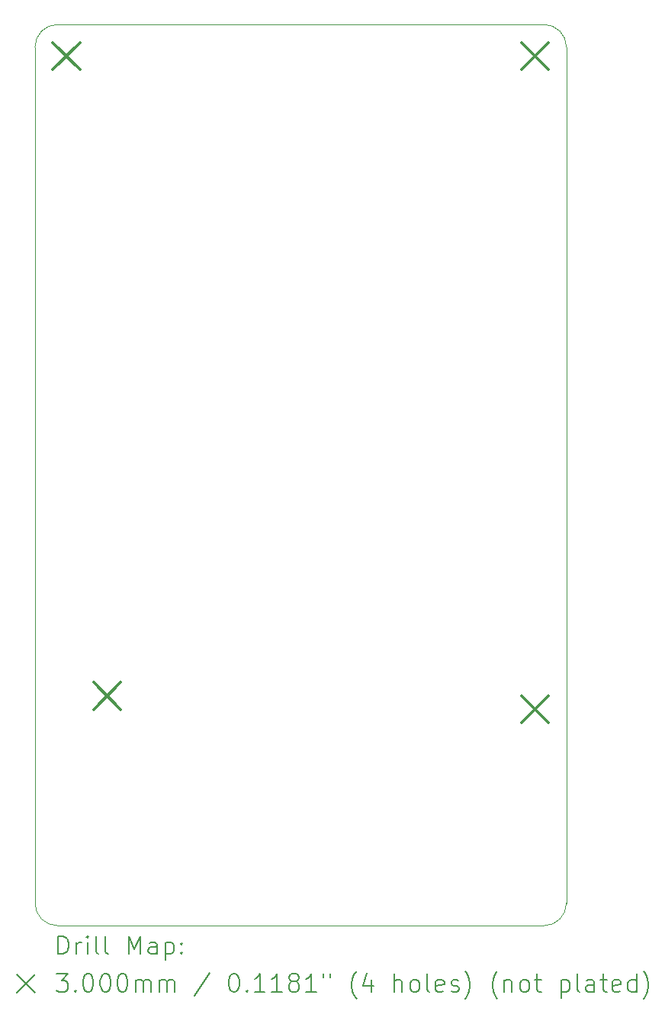
<source format=gbr>
%TF.GenerationSoftware,KiCad,Pcbnew,8.0.8*%
%TF.CreationDate,2025-01-15T16:00:02-05:00*%
%TF.ProjectId,mainboard,6d61696e-626f-4617-9264-2e6b69636164,rev?*%
%TF.SameCoordinates,Original*%
%TF.FileFunction,Drillmap*%
%TF.FilePolarity,Positive*%
%FSLAX45Y45*%
G04 Gerber Fmt 4.5, Leading zero omitted, Abs format (unit mm)*
G04 Created by KiCad (PCBNEW 8.0.8) date 2025-01-15 16:00:02*
%MOMM*%
%LPD*%
G01*
G04 APERTURE LIST*
%ADD10C,0.050000*%
%ADD11C,0.200000*%
%ADD12C,0.300000*%
G04 APERTURE END LIST*
D10*
X13400000Y-4950000D02*
G75*
G02*
X13650000Y-4700000I250000J0D01*
G01*
X13650000Y-4700000D02*
X19050000Y-4700000D01*
X13650000Y-14700000D02*
G75*
G02*
X13400000Y-14450000I0J250000D01*
G01*
X19300000Y-4950000D02*
X19300000Y-14450000D01*
X13400000Y-4950000D02*
X13400000Y-14450000D01*
X13650000Y-14700000D02*
X19050000Y-14700000D01*
X19300000Y-14450000D02*
G75*
G02*
X19050000Y-14700000I-250000J0D01*
G01*
X19050000Y-4700000D02*
G75*
G02*
X19300000Y-4950000I0J-250000D01*
G01*
D11*
D12*
X13600000Y-4900000D02*
X13900000Y-5200000D01*
X13900000Y-4900000D02*
X13600000Y-5200000D01*
X14050000Y-12000000D02*
X14350000Y-12300000D01*
X14350000Y-12000000D02*
X14050000Y-12300000D01*
X18800000Y-4900000D02*
X19100000Y-5200000D01*
X19100000Y-4900000D02*
X18800000Y-5200000D01*
X18800000Y-12150000D02*
X19100000Y-12450000D01*
X19100000Y-12150000D02*
X18800000Y-12450000D01*
D11*
X13658277Y-15013984D02*
X13658277Y-14813984D01*
X13658277Y-14813984D02*
X13705896Y-14813984D01*
X13705896Y-14813984D02*
X13734467Y-14823508D01*
X13734467Y-14823508D02*
X13753515Y-14842555D01*
X13753515Y-14842555D02*
X13763039Y-14861603D01*
X13763039Y-14861603D02*
X13772562Y-14899698D01*
X13772562Y-14899698D02*
X13772562Y-14928269D01*
X13772562Y-14928269D02*
X13763039Y-14966365D01*
X13763039Y-14966365D02*
X13753515Y-14985412D01*
X13753515Y-14985412D02*
X13734467Y-15004460D01*
X13734467Y-15004460D02*
X13705896Y-15013984D01*
X13705896Y-15013984D02*
X13658277Y-15013984D01*
X13858277Y-15013984D02*
X13858277Y-14880650D01*
X13858277Y-14918746D02*
X13867801Y-14899698D01*
X13867801Y-14899698D02*
X13877324Y-14890174D01*
X13877324Y-14890174D02*
X13896372Y-14880650D01*
X13896372Y-14880650D02*
X13915420Y-14880650D01*
X13982086Y-15013984D02*
X13982086Y-14880650D01*
X13982086Y-14813984D02*
X13972562Y-14823508D01*
X13972562Y-14823508D02*
X13982086Y-14833031D01*
X13982086Y-14833031D02*
X13991610Y-14823508D01*
X13991610Y-14823508D02*
X13982086Y-14813984D01*
X13982086Y-14813984D02*
X13982086Y-14833031D01*
X14105896Y-15013984D02*
X14086848Y-15004460D01*
X14086848Y-15004460D02*
X14077324Y-14985412D01*
X14077324Y-14985412D02*
X14077324Y-14813984D01*
X14210658Y-15013984D02*
X14191610Y-15004460D01*
X14191610Y-15004460D02*
X14182086Y-14985412D01*
X14182086Y-14985412D02*
X14182086Y-14813984D01*
X14439229Y-15013984D02*
X14439229Y-14813984D01*
X14439229Y-14813984D02*
X14505896Y-14956841D01*
X14505896Y-14956841D02*
X14572562Y-14813984D01*
X14572562Y-14813984D02*
X14572562Y-15013984D01*
X14753515Y-15013984D02*
X14753515Y-14909222D01*
X14753515Y-14909222D02*
X14743991Y-14890174D01*
X14743991Y-14890174D02*
X14724943Y-14880650D01*
X14724943Y-14880650D02*
X14686848Y-14880650D01*
X14686848Y-14880650D02*
X14667801Y-14890174D01*
X14753515Y-15004460D02*
X14734467Y-15013984D01*
X14734467Y-15013984D02*
X14686848Y-15013984D01*
X14686848Y-15013984D02*
X14667801Y-15004460D01*
X14667801Y-15004460D02*
X14658277Y-14985412D01*
X14658277Y-14985412D02*
X14658277Y-14966365D01*
X14658277Y-14966365D02*
X14667801Y-14947317D01*
X14667801Y-14947317D02*
X14686848Y-14937793D01*
X14686848Y-14937793D02*
X14734467Y-14937793D01*
X14734467Y-14937793D02*
X14753515Y-14928269D01*
X14848753Y-14880650D02*
X14848753Y-15080650D01*
X14848753Y-14890174D02*
X14867801Y-14880650D01*
X14867801Y-14880650D02*
X14905896Y-14880650D01*
X14905896Y-14880650D02*
X14924943Y-14890174D01*
X14924943Y-14890174D02*
X14934467Y-14899698D01*
X14934467Y-14899698D02*
X14943991Y-14918746D01*
X14943991Y-14918746D02*
X14943991Y-14975888D01*
X14943991Y-14975888D02*
X14934467Y-14994936D01*
X14934467Y-14994936D02*
X14924943Y-15004460D01*
X14924943Y-15004460D02*
X14905896Y-15013984D01*
X14905896Y-15013984D02*
X14867801Y-15013984D01*
X14867801Y-15013984D02*
X14848753Y-15004460D01*
X15029705Y-14994936D02*
X15039229Y-15004460D01*
X15039229Y-15004460D02*
X15029705Y-15013984D01*
X15029705Y-15013984D02*
X15020182Y-15004460D01*
X15020182Y-15004460D02*
X15029705Y-14994936D01*
X15029705Y-14994936D02*
X15029705Y-15013984D01*
X15029705Y-14890174D02*
X15039229Y-14899698D01*
X15039229Y-14899698D02*
X15029705Y-14909222D01*
X15029705Y-14909222D02*
X15020182Y-14899698D01*
X15020182Y-14899698D02*
X15029705Y-14890174D01*
X15029705Y-14890174D02*
X15029705Y-14909222D01*
X13197500Y-15242500D02*
X13397500Y-15442500D01*
X13397500Y-15242500D02*
X13197500Y-15442500D01*
X13639229Y-15233984D02*
X13763039Y-15233984D01*
X13763039Y-15233984D02*
X13696372Y-15310174D01*
X13696372Y-15310174D02*
X13724943Y-15310174D01*
X13724943Y-15310174D02*
X13743991Y-15319698D01*
X13743991Y-15319698D02*
X13753515Y-15329222D01*
X13753515Y-15329222D02*
X13763039Y-15348269D01*
X13763039Y-15348269D02*
X13763039Y-15395888D01*
X13763039Y-15395888D02*
X13753515Y-15414936D01*
X13753515Y-15414936D02*
X13743991Y-15424460D01*
X13743991Y-15424460D02*
X13724943Y-15433984D01*
X13724943Y-15433984D02*
X13667801Y-15433984D01*
X13667801Y-15433984D02*
X13648753Y-15424460D01*
X13648753Y-15424460D02*
X13639229Y-15414936D01*
X13848753Y-15414936D02*
X13858277Y-15424460D01*
X13858277Y-15424460D02*
X13848753Y-15433984D01*
X13848753Y-15433984D02*
X13839229Y-15424460D01*
X13839229Y-15424460D02*
X13848753Y-15414936D01*
X13848753Y-15414936D02*
X13848753Y-15433984D01*
X13982086Y-15233984D02*
X14001134Y-15233984D01*
X14001134Y-15233984D02*
X14020182Y-15243508D01*
X14020182Y-15243508D02*
X14029705Y-15253031D01*
X14029705Y-15253031D02*
X14039229Y-15272079D01*
X14039229Y-15272079D02*
X14048753Y-15310174D01*
X14048753Y-15310174D02*
X14048753Y-15357793D01*
X14048753Y-15357793D02*
X14039229Y-15395888D01*
X14039229Y-15395888D02*
X14029705Y-15414936D01*
X14029705Y-15414936D02*
X14020182Y-15424460D01*
X14020182Y-15424460D02*
X14001134Y-15433984D01*
X14001134Y-15433984D02*
X13982086Y-15433984D01*
X13982086Y-15433984D02*
X13963039Y-15424460D01*
X13963039Y-15424460D02*
X13953515Y-15414936D01*
X13953515Y-15414936D02*
X13943991Y-15395888D01*
X13943991Y-15395888D02*
X13934467Y-15357793D01*
X13934467Y-15357793D02*
X13934467Y-15310174D01*
X13934467Y-15310174D02*
X13943991Y-15272079D01*
X13943991Y-15272079D02*
X13953515Y-15253031D01*
X13953515Y-15253031D02*
X13963039Y-15243508D01*
X13963039Y-15243508D02*
X13982086Y-15233984D01*
X14172562Y-15233984D02*
X14191610Y-15233984D01*
X14191610Y-15233984D02*
X14210658Y-15243508D01*
X14210658Y-15243508D02*
X14220182Y-15253031D01*
X14220182Y-15253031D02*
X14229705Y-15272079D01*
X14229705Y-15272079D02*
X14239229Y-15310174D01*
X14239229Y-15310174D02*
X14239229Y-15357793D01*
X14239229Y-15357793D02*
X14229705Y-15395888D01*
X14229705Y-15395888D02*
X14220182Y-15414936D01*
X14220182Y-15414936D02*
X14210658Y-15424460D01*
X14210658Y-15424460D02*
X14191610Y-15433984D01*
X14191610Y-15433984D02*
X14172562Y-15433984D01*
X14172562Y-15433984D02*
X14153515Y-15424460D01*
X14153515Y-15424460D02*
X14143991Y-15414936D01*
X14143991Y-15414936D02*
X14134467Y-15395888D01*
X14134467Y-15395888D02*
X14124943Y-15357793D01*
X14124943Y-15357793D02*
X14124943Y-15310174D01*
X14124943Y-15310174D02*
X14134467Y-15272079D01*
X14134467Y-15272079D02*
X14143991Y-15253031D01*
X14143991Y-15253031D02*
X14153515Y-15243508D01*
X14153515Y-15243508D02*
X14172562Y-15233984D01*
X14363039Y-15233984D02*
X14382086Y-15233984D01*
X14382086Y-15233984D02*
X14401134Y-15243508D01*
X14401134Y-15243508D02*
X14410658Y-15253031D01*
X14410658Y-15253031D02*
X14420182Y-15272079D01*
X14420182Y-15272079D02*
X14429705Y-15310174D01*
X14429705Y-15310174D02*
X14429705Y-15357793D01*
X14429705Y-15357793D02*
X14420182Y-15395888D01*
X14420182Y-15395888D02*
X14410658Y-15414936D01*
X14410658Y-15414936D02*
X14401134Y-15424460D01*
X14401134Y-15424460D02*
X14382086Y-15433984D01*
X14382086Y-15433984D02*
X14363039Y-15433984D01*
X14363039Y-15433984D02*
X14343991Y-15424460D01*
X14343991Y-15424460D02*
X14334467Y-15414936D01*
X14334467Y-15414936D02*
X14324943Y-15395888D01*
X14324943Y-15395888D02*
X14315420Y-15357793D01*
X14315420Y-15357793D02*
X14315420Y-15310174D01*
X14315420Y-15310174D02*
X14324943Y-15272079D01*
X14324943Y-15272079D02*
X14334467Y-15253031D01*
X14334467Y-15253031D02*
X14343991Y-15243508D01*
X14343991Y-15243508D02*
X14363039Y-15233984D01*
X14515420Y-15433984D02*
X14515420Y-15300650D01*
X14515420Y-15319698D02*
X14524943Y-15310174D01*
X14524943Y-15310174D02*
X14543991Y-15300650D01*
X14543991Y-15300650D02*
X14572563Y-15300650D01*
X14572563Y-15300650D02*
X14591610Y-15310174D01*
X14591610Y-15310174D02*
X14601134Y-15329222D01*
X14601134Y-15329222D02*
X14601134Y-15433984D01*
X14601134Y-15329222D02*
X14610658Y-15310174D01*
X14610658Y-15310174D02*
X14629705Y-15300650D01*
X14629705Y-15300650D02*
X14658277Y-15300650D01*
X14658277Y-15300650D02*
X14677324Y-15310174D01*
X14677324Y-15310174D02*
X14686848Y-15329222D01*
X14686848Y-15329222D02*
X14686848Y-15433984D01*
X14782086Y-15433984D02*
X14782086Y-15300650D01*
X14782086Y-15319698D02*
X14791610Y-15310174D01*
X14791610Y-15310174D02*
X14810658Y-15300650D01*
X14810658Y-15300650D02*
X14839229Y-15300650D01*
X14839229Y-15300650D02*
X14858277Y-15310174D01*
X14858277Y-15310174D02*
X14867801Y-15329222D01*
X14867801Y-15329222D02*
X14867801Y-15433984D01*
X14867801Y-15329222D02*
X14877324Y-15310174D01*
X14877324Y-15310174D02*
X14896372Y-15300650D01*
X14896372Y-15300650D02*
X14924943Y-15300650D01*
X14924943Y-15300650D02*
X14943991Y-15310174D01*
X14943991Y-15310174D02*
X14953515Y-15329222D01*
X14953515Y-15329222D02*
X14953515Y-15433984D01*
X15343991Y-15224460D02*
X15172563Y-15481603D01*
X15601134Y-15233984D02*
X15620182Y-15233984D01*
X15620182Y-15233984D02*
X15639229Y-15243508D01*
X15639229Y-15243508D02*
X15648753Y-15253031D01*
X15648753Y-15253031D02*
X15658277Y-15272079D01*
X15658277Y-15272079D02*
X15667801Y-15310174D01*
X15667801Y-15310174D02*
X15667801Y-15357793D01*
X15667801Y-15357793D02*
X15658277Y-15395888D01*
X15658277Y-15395888D02*
X15648753Y-15414936D01*
X15648753Y-15414936D02*
X15639229Y-15424460D01*
X15639229Y-15424460D02*
X15620182Y-15433984D01*
X15620182Y-15433984D02*
X15601134Y-15433984D01*
X15601134Y-15433984D02*
X15582086Y-15424460D01*
X15582086Y-15424460D02*
X15572563Y-15414936D01*
X15572563Y-15414936D02*
X15563039Y-15395888D01*
X15563039Y-15395888D02*
X15553515Y-15357793D01*
X15553515Y-15357793D02*
X15553515Y-15310174D01*
X15553515Y-15310174D02*
X15563039Y-15272079D01*
X15563039Y-15272079D02*
X15572563Y-15253031D01*
X15572563Y-15253031D02*
X15582086Y-15243508D01*
X15582086Y-15243508D02*
X15601134Y-15233984D01*
X15753515Y-15414936D02*
X15763039Y-15424460D01*
X15763039Y-15424460D02*
X15753515Y-15433984D01*
X15753515Y-15433984D02*
X15743991Y-15424460D01*
X15743991Y-15424460D02*
X15753515Y-15414936D01*
X15753515Y-15414936D02*
X15753515Y-15433984D01*
X15953515Y-15433984D02*
X15839229Y-15433984D01*
X15896372Y-15433984D02*
X15896372Y-15233984D01*
X15896372Y-15233984D02*
X15877325Y-15262555D01*
X15877325Y-15262555D02*
X15858277Y-15281603D01*
X15858277Y-15281603D02*
X15839229Y-15291127D01*
X16143991Y-15433984D02*
X16029706Y-15433984D01*
X16086848Y-15433984D02*
X16086848Y-15233984D01*
X16086848Y-15233984D02*
X16067801Y-15262555D01*
X16067801Y-15262555D02*
X16048753Y-15281603D01*
X16048753Y-15281603D02*
X16029706Y-15291127D01*
X16258277Y-15319698D02*
X16239229Y-15310174D01*
X16239229Y-15310174D02*
X16229706Y-15300650D01*
X16229706Y-15300650D02*
X16220182Y-15281603D01*
X16220182Y-15281603D02*
X16220182Y-15272079D01*
X16220182Y-15272079D02*
X16229706Y-15253031D01*
X16229706Y-15253031D02*
X16239229Y-15243508D01*
X16239229Y-15243508D02*
X16258277Y-15233984D01*
X16258277Y-15233984D02*
X16296372Y-15233984D01*
X16296372Y-15233984D02*
X16315420Y-15243508D01*
X16315420Y-15243508D02*
X16324944Y-15253031D01*
X16324944Y-15253031D02*
X16334467Y-15272079D01*
X16334467Y-15272079D02*
X16334467Y-15281603D01*
X16334467Y-15281603D02*
X16324944Y-15300650D01*
X16324944Y-15300650D02*
X16315420Y-15310174D01*
X16315420Y-15310174D02*
X16296372Y-15319698D01*
X16296372Y-15319698D02*
X16258277Y-15319698D01*
X16258277Y-15319698D02*
X16239229Y-15329222D01*
X16239229Y-15329222D02*
X16229706Y-15338746D01*
X16229706Y-15338746D02*
X16220182Y-15357793D01*
X16220182Y-15357793D02*
X16220182Y-15395888D01*
X16220182Y-15395888D02*
X16229706Y-15414936D01*
X16229706Y-15414936D02*
X16239229Y-15424460D01*
X16239229Y-15424460D02*
X16258277Y-15433984D01*
X16258277Y-15433984D02*
X16296372Y-15433984D01*
X16296372Y-15433984D02*
X16315420Y-15424460D01*
X16315420Y-15424460D02*
X16324944Y-15414936D01*
X16324944Y-15414936D02*
X16334467Y-15395888D01*
X16334467Y-15395888D02*
X16334467Y-15357793D01*
X16334467Y-15357793D02*
X16324944Y-15338746D01*
X16324944Y-15338746D02*
X16315420Y-15329222D01*
X16315420Y-15329222D02*
X16296372Y-15319698D01*
X16524944Y-15433984D02*
X16410658Y-15433984D01*
X16467801Y-15433984D02*
X16467801Y-15233984D01*
X16467801Y-15233984D02*
X16448753Y-15262555D01*
X16448753Y-15262555D02*
X16429706Y-15281603D01*
X16429706Y-15281603D02*
X16410658Y-15291127D01*
X16601134Y-15233984D02*
X16601134Y-15272079D01*
X16677325Y-15233984D02*
X16677325Y-15272079D01*
X16972563Y-15510174D02*
X16963039Y-15500650D01*
X16963039Y-15500650D02*
X16943991Y-15472079D01*
X16943991Y-15472079D02*
X16934468Y-15453031D01*
X16934468Y-15453031D02*
X16924944Y-15424460D01*
X16924944Y-15424460D02*
X16915420Y-15376841D01*
X16915420Y-15376841D02*
X16915420Y-15338746D01*
X16915420Y-15338746D02*
X16924944Y-15291127D01*
X16924944Y-15291127D02*
X16934468Y-15262555D01*
X16934468Y-15262555D02*
X16943991Y-15243508D01*
X16943991Y-15243508D02*
X16963039Y-15214936D01*
X16963039Y-15214936D02*
X16972563Y-15205412D01*
X17134468Y-15300650D02*
X17134468Y-15433984D01*
X17086849Y-15224460D02*
X17039230Y-15367317D01*
X17039230Y-15367317D02*
X17163039Y-15367317D01*
X17391611Y-15433984D02*
X17391611Y-15233984D01*
X17477325Y-15433984D02*
X17477325Y-15329222D01*
X17477325Y-15329222D02*
X17467801Y-15310174D01*
X17467801Y-15310174D02*
X17448753Y-15300650D01*
X17448753Y-15300650D02*
X17420182Y-15300650D01*
X17420182Y-15300650D02*
X17401134Y-15310174D01*
X17401134Y-15310174D02*
X17391611Y-15319698D01*
X17601134Y-15433984D02*
X17582087Y-15424460D01*
X17582087Y-15424460D02*
X17572563Y-15414936D01*
X17572563Y-15414936D02*
X17563039Y-15395888D01*
X17563039Y-15395888D02*
X17563039Y-15338746D01*
X17563039Y-15338746D02*
X17572563Y-15319698D01*
X17572563Y-15319698D02*
X17582087Y-15310174D01*
X17582087Y-15310174D02*
X17601134Y-15300650D01*
X17601134Y-15300650D02*
X17629706Y-15300650D01*
X17629706Y-15300650D02*
X17648753Y-15310174D01*
X17648753Y-15310174D02*
X17658277Y-15319698D01*
X17658277Y-15319698D02*
X17667801Y-15338746D01*
X17667801Y-15338746D02*
X17667801Y-15395888D01*
X17667801Y-15395888D02*
X17658277Y-15414936D01*
X17658277Y-15414936D02*
X17648753Y-15424460D01*
X17648753Y-15424460D02*
X17629706Y-15433984D01*
X17629706Y-15433984D02*
X17601134Y-15433984D01*
X17782087Y-15433984D02*
X17763039Y-15424460D01*
X17763039Y-15424460D02*
X17753515Y-15405412D01*
X17753515Y-15405412D02*
X17753515Y-15233984D01*
X17934468Y-15424460D02*
X17915420Y-15433984D01*
X17915420Y-15433984D02*
X17877325Y-15433984D01*
X17877325Y-15433984D02*
X17858277Y-15424460D01*
X17858277Y-15424460D02*
X17848753Y-15405412D01*
X17848753Y-15405412D02*
X17848753Y-15329222D01*
X17848753Y-15329222D02*
X17858277Y-15310174D01*
X17858277Y-15310174D02*
X17877325Y-15300650D01*
X17877325Y-15300650D02*
X17915420Y-15300650D01*
X17915420Y-15300650D02*
X17934468Y-15310174D01*
X17934468Y-15310174D02*
X17943992Y-15329222D01*
X17943992Y-15329222D02*
X17943992Y-15348269D01*
X17943992Y-15348269D02*
X17848753Y-15367317D01*
X18020182Y-15424460D02*
X18039230Y-15433984D01*
X18039230Y-15433984D02*
X18077325Y-15433984D01*
X18077325Y-15433984D02*
X18096373Y-15424460D01*
X18096373Y-15424460D02*
X18105896Y-15405412D01*
X18105896Y-15405412D02*
X18105896Y-15395888D01*
X18105896Y-15395888D02*
X18096373Y-15376841D01*
X18096373Y-15376841D02*
X18077325Y-15367317D01*
X18077325Y-15367317D02*
X18048753Y-15367317D01*
X18048753Y-15367317D02*
X18029706Y-15357793D01*
X18029706Y-15357793D02*
X18020182Y-15338746D01*
X18020182Y-15338746D02*
X18020182Y-15329222D01*
X18020182Y-15329222D02*
X18029706Y-15310174D01*
X18029706Y-15310174D02*
X18048753Y-15300650D01*
X18048753Y-15300650D02*
X18077325Y-15300650D01*
X18077325Y-15300650D02*
X18096373Y-15310174D01*
X18172563Y-15510174D02*
X18182087Y-15500650D01*
X18182087Y-15500650D02*
X18201134Y-15472079D01*
X18201134Y-15472079D02*
X18210658Y-15453031D01*
X18210658Y-15453031D02*
X18220182Y-15424460D01*
X18220182Y-15424460D02*
X18229706Y-15376841D01*
X18229706Y-15376841D02*
X18229706Y-15338746D01*
X18229706Y-15338746D02*
X18220182Y-15291127D01*
X18220182Y-15291127D02*
X18210658Y-15262555D01*
X18210658Y-15262555D02*
X18201134Y-15243508D01*
X18201134Y-15243508D02*
X18182087Y-15214936D01*
X18182087Y-15214936D02*
X18172563Y-15205412D01*
X18534468Y-15510174D02*
X18524944Y-15500650D01*
X18524944Y-15500650D02*
X18505896Y-15472079D01*
X18505896Y-15472079D02*
X18496373Y-15453031D01*
X18496373Y-15453031D02*
X18486849Y-15424460D01*
X18486849Y-15424460D02*
X18477325Y-15376841D01*
X18477325Y-15376841D02*
X18477325Y-15338746D01*
X18477325Y-15338746D02*
X18486849Y-15291127D01*
X18486849Y-15291127D02*
X18496373Y-15262555D01*
X18496373Y-15262555D02*
X18505896Y-15243508D01*
X18505896Y-15243508D02*
X18524944Y-15214936D01*
X18524944Y-15214936D02*
X18534468Y-15205412D01*
X18610658Y-15300650D02*
X18610658Y-15433984D01*
X18610658Y-15319698D02*
X18620182Y-15310174D01*
X18620182Y-15310174D02*
X18639230Y-15300650D01*
X18639230Y-15300650D02*
X18667801Y-15300650D01*
X18667801Y-15300650D02*
X18686849Y-15310174D01*
X18686849Y-15310174D02*
X18696373Y-15329222D01*
X18696373Y-15329222D02*
X18696373Y-15433984D01*
X18820182Y-15433984D02*
X18801134Y-15424460D01*
X18801134Y-15424460D02*
X18791611Y-15414936D01*
X18791611Y-15414936D02*
X18782087Y-15395888D01*
X18782087Y-15395888D02*
X18782087Y-15338746D01*
X18782087Y-15338746D02*
X18791611Y-15319698D01*
X18791611Y-15319698D02*
X18801134Y-15310174D01*
X18801134Y-15310174D02*
X18820182Y-15300650D01*
X18820182Y-15300650D02*
X18848754Y-15300650D01*
X18848754Y-15300650D02*
X18867801Y-15310174D01*
X18867801Y-15310174D02*
X18877325Y-15319698D01*
X18877325Y-15319698D02*
X18886849Y-15338746D01*
X18886849Y-15338746D02*
X18886849Y-15395888D01*
X18886849Y-15395888D02*
X18877325Y-15414936D01*
X18877325Y-15414936D02*
X18867801Y-15424460D01*
X18867801Y-15424460D02*
X18848754Y-15433984D01*
X18848754Y-15433984D02*
X18820182Y-15433984D01*
X18943992Y-15300650D02*
X19020182Y-15300650D01*
X18972563Y-15233984D02*
X18972563Y-15405412D01*
X18972563Y-15405412D02*
X18982087Y-15424460D01*
X18982087Y-15424460D02*
X19001134Y-15433984D01*
X19001134Y-15433984D02*
X19020182Y-15433984D01*
X19239230Y-15300650D02*
X19239230Y-15500650D01*
X19239230Y-15310174D02*
X19258277Y-15300650D01*
X19258277Y-15300650D02*
X19296373Y-15300650D01*
X19296373Y-15300650D02*
X19315420Y-15310174D01*
X19315420Y-15310174D02*
X19324944Y-15319698D01*
X19324944Y-15319698D02*
X19334468Y-15338746D01*
X19334468Y-15338746D02*
X19334468Y-15395888D01*
X19334468Y-15395888D02*
X19324944Y-15414936D01*
X19324944Y-15414936D02*
X19315420Y-15424460D01*
X19315420Y-15424460D02*
X19296373Y-15433984D01*
X19296373Y-15433984D02*
X19258277Y-15433984D01*
X19258277Y-15433984D02*
X19239230Y-15424460D01*
X19448754Y-15433984D02*
X19429706Y-15424460D01*
X19429706Y-15424460D02*
X19420182Y-15405412D01*
X19420182Y-15405412D02*
X19420182Y-15233984D01*
X19610658Y-15433984D02*
X19610658Y-15329222D01*
X19610658Y-15329222D02*
X19601135Y-15310174D01*
X19601135Y-15310174D02*
X19582087Y-15300650D01*
X19582087Y-15300650D02*
X19543992Y-15300650D01*
X19543992Y-15300650D02*
X19524944Y-15310174D01*
X19610658Y-15424460D02*
X19591611Y-15433984D01*
X19591611Y-15433984D02*
X19543992Y-15433984D01*
X19543992Y-15433984D02*
X19524944Y-15424460D01*
X19524944Y-15424460D02*
X19515420Y-15405412D01*
X19515420Y-15405412D02*
X19515420Y-15386365D01*
X19515420Y-15386365D02*
X19524944Y-15367317D01*
X19524944Y-15367317D02*
X19543992Y-15357793D01*
X19543992Y-15357793D02*
X19591611Y-15357793D01*
X19591611Y-15357793D02*
X19610658Y-15348269D01*
X19677325Y-15300650D02*
X19753515Y-15300650D01*
X19705896Y-15233984D02*
X19705896Y-15405412D01*
X19705896Y-15405412D02*
X19715420Y-15424460D01*
X19715420Y-15424460D02*
X19734468Y-15433984D01*
X19734468Y-15433984D02*
X19753515Y-15433984D01*
X19896373Y-15424460D02*
X19877325Y-15433984D01*
X19877325Y-15433984D02*
X19839230Y-15433984D01*
X19839230Y-15433984D02*
X19820182Y-15424460D01*
X19820182Y-15424460D02*
X19810658Y-15405412D01*
X19810658Y-15405412D02*
X19810658Y-15329222D01*
X19810658Y-15329222D02*
X19820182Y-15310174D01*
X19820182Y-15310174D02*
X19839230Y-15300650D01*
X19839230Y-15300650D02*
X19877325Y-15300650D01*
X19877325Y-15300650D02*
X19896373Y-15310174D01*
X19896373Y-15310174D02*
X19905896Y-15329222D01*
X19905896Y-15329222D02*
X19905896Y-15348269D01*
X19905896Y-15348269D02*
X19810658Y-15367317D01*
X20077325Y-15433984D02*
X20077325Y-15233984D01*
X20077325Y-15424460D02*
X20058277Y-15433984D01*
X20058277Y-15433984D02*
X20020182Y-15433984D01*
X20020182Y-15433984D02*
X20001135Y-15424460D01*
X20001135Y-15424460D02*
X19991611Y-15414936D01*
X19991611Y-15414936D02*
X19982087Y-15395888D01*
X19982087Y-15395888D02*
X19982087Y-15338746D01*
X19982087Y-15338746D02*
X19991611Y-15319698D01*
X19991611Y-15319698D02*
X20001135Y-15310174D01*
X20001135Y-15310174D02*
X20020182Y-15300650D01*
X20020182Y-15300650D02*
X20058277Y-15300650D01*
X20058277Y-15300650D02*
X20077325Y-15310174D01*
X20153516Y-15510174D02*
X20163039Y-15500650D01*
X20163039Y-15500650D02*
X20182087Y-15472079D01*
X20182087Y-15472079D02*
X20191611Y-15453031D01*
X20191611Y-15453031D02*
X20201135Y-15424460D01*
X20201135Y-15424460D02*
X20210658Y-15376841D01*
X20210658Y-15376841D02*
X20210658Y-15338746D01*
X20210658Y-15338746D02*
X20201135Y-15291127D01*
X20201135Y-15291127D02*
X20191611Y-15262555D01*
X20191611Y-15262555D02*
X20182087Y-15243508D01*
X20182087Y-15243508D02*
X20163039Y-15214936D01*
X20163039Y-15214936D02*
X20153516Y-15205412D01*
M02*

</source>
